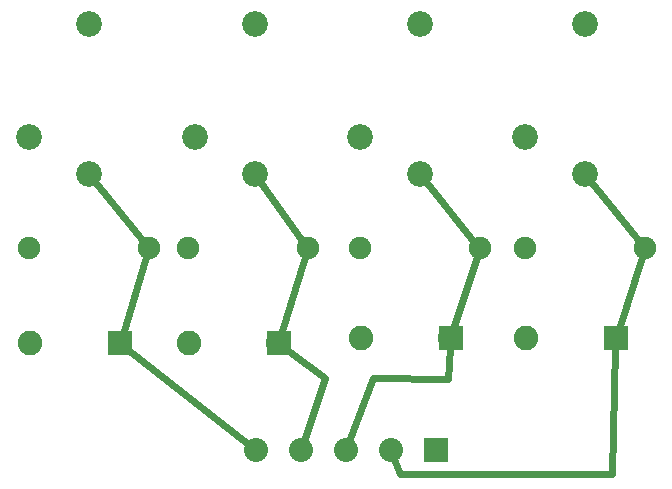
<source format=gbl>
G04 MADE WITH FRITZING*
G04 WWW.FRITZING.ORG*
G04 DOUBLE SIDED*
G04 HOLES PLATED*
G04 CONTOUR ON CENTER OF CONTOUR VECTOR*
%ASAXBY*%
%FSLAX23Y23*%
%MOIN*%
%OFA0B0*%
%SFA1.0B1.0*%
%ADD10C,0.075000*%
%ADD11C,0.082000*%
%ADD12C,0.086000*%
%ADD13C,0.080000*%
%ADD14R,0.082000X0.082000*%
%ADD15R,0.080000X0.080000*%
%ADD16C,0.024000*%
%LNCOPPER0*%
G90*
G70*
G54D10*
X193Y788D03*
X593Y788D03*
X722Y788D03*
X1122Y788D03*
X1295Y788D03*
X1695Y788D03*
X1846Y788D03*
X2246Y788D03*
G54D11*
X495Y473D03*
X197Y473D03*
X1024Y473D03*
X726Y473D03*
X2149Y488D03*
X1851Y488D03*
X1598Y488D03*
X1300Y488D03*
G54D12*
X945Y1536D03*
X945Y1036D03*
X745Y1158D03*
X394Y1536D03*
X394Y1036D03*
X193Y1158D03*
X1497Y1536D03*
X1497Y1036D03*
X1296Y1158D03*
X2048Y1536D03*
X2048Y1036D03*
X1847Y1158D03*
G54D13*
X1549Y116D03*
X1399Y116D03*
X1249Y116D03*
X1099Y116D03*
X949Y116D03*
G54D14*
X496Y473D03*
X1025Y473D03*
X2150Y488D03*
X1599Y488D03*
G54D15*
X1549Y116D03*
G54D16*
X1113Y761D02*
X1034Y504D01*
D02*
X967Y1006D02*
X1105Y811D01*
D02*
X417Y1007D02*
X575Y810D01*
D02*
X1608Y519D02*
X1686Y761D01*
D02*
X1520Y1007D02*
X1677Y810D01*
D02*
X1260Y145D02*
X1340Y355D01*
D02*
X1181Y355D02*
X1109Y146D01*
D02*
X1050Y454D02*
X1181Y355D01*
D02*
X924Y136D02*
X521Y453D01*
D02*
X505Y504D02*
X584Y761D01*
D02*
X1589Y353D02*
X1596Y456D01*
D02*
X1429Y37D02*
X2138Y37D01*
D02*
X2138Y37D02*
X2148Y456D01*
D02*
X1410Y87D02*
X1429Y37D01*
D02*
X2238Y761D02*
X2159Y519D01*
D02*
X2071Y1007D02*
X2229Y810D01*
D02*
X1340Y355D02*
X1589Y353D01*
G04 End of Copper0*
M02*
</source>
